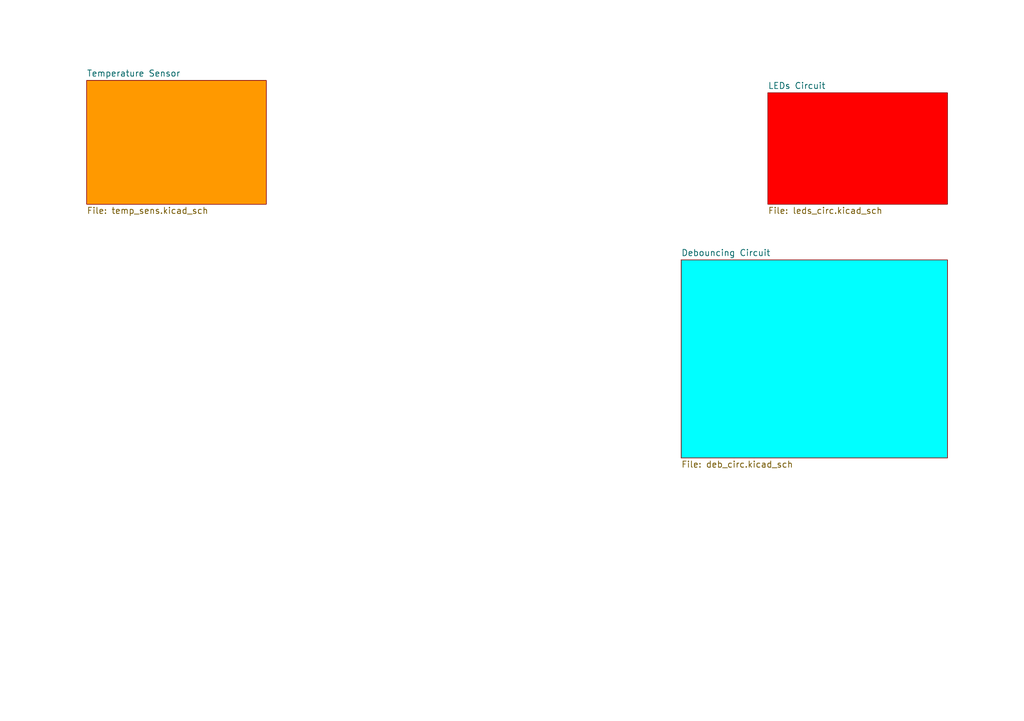
<source format=kicad_sch>
(kicad_sch
	(version 20231120)
	(generator "eeschema")
	(generator_version "8.0")
	(uuid "535c05a6-c31a-46d7-a2e7-1c0f545c93b6")
	(paper "A5")
	(title_block
		(title "Components")
		(date "2024-04-24")
		(company "UPV")
		(comment 1 "Hazan Justine")
	)
	(lib_symbols)
	(sheet
		(at 157.48 19.05)
		(size 36.83 22.86)
		(fields_autoplaced yes)
		(stroke
			(width 0.1524)
			(type solid)
		)
		(fill
			(color 255 0 0 1.0000)
		)
		(uuid "0db88122-40a8-4344-9eed-56cd757b675d")
		(property "Sheetname" "LEDs Circuit"
			(at 157.48 18.3384 0)
			(effects
				(font
					(size 1.27 1.27)
				)
				(justify left bottom)
			)
		)
		(property "Sheetfile" "leds_circ.kicad_sch"
			(at 157.48 42.4946 0)
			(effects
				(font
					(size 1.27 1.27)
				)
				(justify left top)
			)
		)
		(instances
			(project "extansion_board_v1"
				(path "/a96a7e89-6ffd-44e2-ba56-3bdce4bad2e4/8db8efb9-b2d7-4ee7-bfb0-f44e2b538578"
					(page "3b")
				)
			)
		)
	)
	(sheet
		(at 17.78 16.51)
		(size 36.83 25.4)
		(fields_autoplaced yes)
		(stroke
			(width 0.1524)
			(type solid)
		)
		(fill
			(color 255 153 0 1.0000)
		)
		(uuid "64268fd8-a707-4579-bcd0-f47145ef9f6f")
		(property "Sheetname" "Temperature Sensor"
			(at 17.78 15.7984 0)
			(effects
				(font
					(size 1.27 1.27)
				)
				(justify left bottom)
			)
		)
		(property "Sheetfile" "temp_sens.kicad_sch"
			(at 17.78 42.4946 0)
			(effects
				(font
					(size 1.27 1.27)
				)
				(justify left top)
			)
		)
		(instances
			(project "extansion_board_v1"
				(path "/a96a7e89-6ffd-44e2-ba56-3bdce4bad2e4/8db8efb9-b2d7-4ee7-bfb0-f44e2b538578"
					(page "3c")
				)
			)
		)
	)
	(sheet
		(at 139.7 53.34)
		(size 54.61 40.64)
		(fields_autoplaced yes)
		(stroke
			(width 0.1524)
			(type solid)
		)
		(fill
			(color 0 255 255 1.0000)
		)
		(uuid "f7a1759b-e67d-4085-9417-8fe603de1cc5")
		(property "Sheetname" "Debouncing Circuit"
			(at 139.7 52.6284 0)
			(effects
				(font
					(size 1.27 1.27)
				)
				(justify left bottom)
			)
		)
		(property "Sheetfile" "deb_circ.kicad_sch"
			(at 139.7 94.5646 0)
			(effects
				(font
					(size 1.27 1.27)
				)
				(justify left top)
			)
		)
		(instances
			(project "extansion_board_v1"
				(path "/a96a7e89-6ffd-44e2-ba56-3bdce4bad2e4/8db8efb9-b2d7-4ee7-bfb0-f44e2b538578"
					(page "3a")
				)
			)
		)
	)
)
</source>
